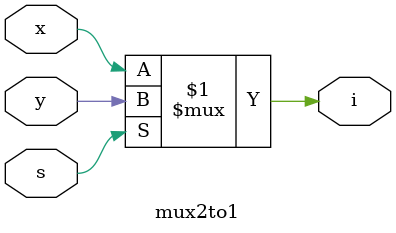
<source format=v>
`timescale 1ns / 1ps


module mux2to1(
    input x,
    input y,
    input s,
    output i
    );
    assign i = s?y:x;
    
endmodule

</source>
